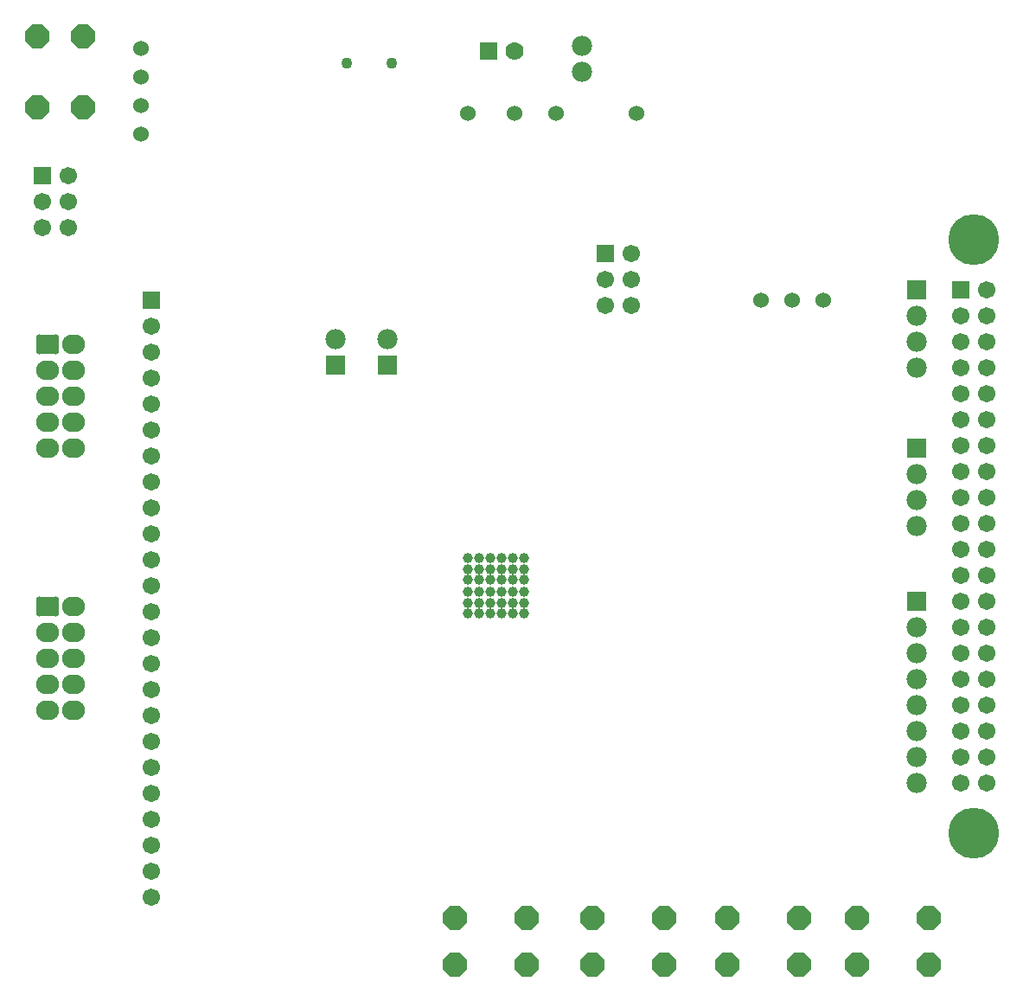
<source format=gbs>
G04 Layer_Color=16711935*
%FSLAX23Y23*%
%MOIN*%
G70*
G01*
G75*
%ADD48C,0.060*%
%ADD49C,0.070*%
%ADD50R,0.070X0.070*%
%ADD104C,0.078*%
%ADD105R,0.078X0.078*%
%ADD106C,0.067*%
%ADD107R,0.067X0.067*%
%ADD108O,0.088X0.076*%
G04:AMPARAMS|DCode=109|XSize=88mil|YSize=76mil|CornerRadius=13mil|HoleSize=0mil|Usage=FLASHONLY|Rotation=0.000|XOffset=0mil|YOffset=0mil|HoleType=Round|Shape=RoundedRectangle|*
%AMROUNDEDRECTD109*
21,1,0.088,0.051,0,0,0.0*
21,1,0.063,0.076,0,0,0.0*
1,1,0.025,0.032,-0.026*
1,1,0.025,-0.032,-0.026*
1,1,0.025,-0.032,0.026*
1,1,0.025,0.032,0.026*
%
%ADD109ROUNDEDRECTD109*%
%ADD110P,0.098X8X22.5*%
%ADD111C,0.043*%
%ADD112P,0.098X8X292.5*%
%ADD113C,0.067*%
%ADD114C,0.196*%
%ADD115C,0.196*%
%ADD116C,0.039*%
D48*
X2440Y3490D02*
D03*
X530Y3410D02*
D03*
Y3740D02*
D03*
Y3520D02*
D03*
Y3630D02*
D03*
X2130Y3490D02*
D03*
X1790D02*
D03*
X1970D02*
D03*
X3040Y2770D02*
D03*
X2920D02*
D03*
X3160D02*
D03*
D49*
X1970Y3730D02*
D03*
D50*
X1870D02*
D03*
D104*
X1480Y2620D02*
D03*
X2230Y3650D02*
D03*
Y3750D02*
D03*
X3520Y1900D02*
D03*
X3520Y2100D02*
D03*
Y2000D02*
D03*
Y910D02*
D03*
Y1010D02*
D03*
Y1110D02*
D03*
Y1210D02*
D03*
Y1310D02*
D03*
X3520Y1510D02*
D03*
Y1410D02*
D03*
X1280Y2620D02*
D03*
X3520Y2510D02*
D03*
X3520Y2710D02*
D03*
Y2610D02*
D03*
D105*
X1480Y2520D02*
D03*
X3520Y2200D02*
D03*
X3520Y1610D02*
D03*
X1280Y2520D02*
D03*
X3520Y2810D02*
D03*
D106*
X2420Y2750D02*
D03*
X2320D02*
D03*
X2420Y2850D02*
D03*
X2320D02*
D03*
X2420Y2950D02*
D03*
X570Y2670D02*
D03*
Y2570D02*
D03*
Y2470D02*
D03*
Y2370D02*
D03*
Y2270D02*
D03*
Y2170D02*
D03*
Y2070D02*
D03*
Y1970D02*
D03*
Y1870D02*
D03*
Y1770D02*
D03*
Y1670D02*
D03*
Y1570D02*
D03*
Y1470D02*
D03*
Y1370D02*
D03*
Y1270D02*
D03*
Y1170D02*
D03*
Y1070D02*
D03*
Y970D02*
D03*
Y870D02*
D03*
Y770D02*
D03*
Y670D02*
D03*
Y570D02*
D03*
Y470D02*
D03*
X250Y3050D02*
D03*
Y3150D02*
D03*
X150D02*
D03*
X250Y3250D02*
D03*
X3790Y910D02*
D03*
X3690D02*
D03*
X3790Y1010D02*
D03*
X3690D02*
D03*
X3790Y1110D02*
D03*
X3690D02*
D03*
X3790Y1210D02*
D03*
X3690D02*
D03*
X3790Y1310D02*
D03*
X3690D02*
D03*
X3790Y1410D02*
D03*
X3690D02*
D03*
X3790Y1510D02*
D03*
X3690D02*
D03*
X3790Y1610D02*
D03*
X3690D02*
D03*
X3790Y1710D02*
D03*
X3690D02*
D03*
X3790Y1810D02*
D03*
X3690D02*
D03*
X3790Y1910D02*
D03*
X3690D02*
D03*
X3790Y2010D02*
D03*
X3690D02*
D03*
X3790Y2110D02*
D03*
X3690D02*
D03*
X3790Y2210D02*
D03*
X3690D02*
D03*
X3790Y2310D02*
D03*
X3690D02*
D03*
X3790Y2410D02*
D03*
X3690D02*
D03*
X3790Y2510D02*
D03*
X3690D02*
D03*
X3790Y2610D02*
D03*
X3690D02*
D03*
X3790Y2710D02*
D03*
X3690D02*
D03*
X3790Y2810D02*
D03*
D107*
X2320Y2950D02*
D03*
X570Y2770D02*
D03*
X150Y3250D02*
D03*
X3690Y2810D02*
D03*
D108*
X270Y1190D02*
D03*
Y1290D02*
D03*
Y1390D02*
D03*
Y1490D02*
D03*
Y1590D02*
D03*
X170Y1190D02*
D03*
Y1290D02*
D03*
Y1390D02*
D03*
Y1490D02*
D03*
X270Y2200D02*
D03*
Y2300D02*
D03*
Y2400D02*
D03*
Y2500D02*
D03*
Y2600D02*
D03*
X170Y2200D02*
D03*
Y2300D02*
D03*
Y2400D02*
D03*
Y2500D02*
D03*
D109*
Y1590D02*
D03*
Y2600D02*
D03*
D110*
X1742Y211D02*
D03*
Y389D02*
D03*
X2018Y211D02*
D03*
Y389D02*
D03*
X2272Y211D02*
D03*
Y389D02*
D03*
X2548Y211D02*
D03*
Y389D02*
D03*
X2792Y211D02*
D03*
Y389D02*
D03*
X3068Y211D02*
D03*
Y389D02*
D03*
X3292Y211D02*
D03*
Y389D02*
D03*
X3568Y211D02*
D03*
Y389D02*
D03*
D111*
X1326Y3683D02*
D03*
X1499D02*
D03*
D112*
X131Y3788D02*
D03*
X309D02*
D03*
X131Y3512D02*
D03*
X309D02*
D03*
D113*
X150Y3050D02*
D03*
D114*
X3740Y716D02*
D03*
D115*
Y3003D02*
D03*
D116*
X2008Y1778D02*
D03*
Y1735D02*
D03*
Y1692D02*
D03*
Y1648D02*
D03*
Y1605D02*
D03*
Y1562D02*
D03*
X1965Y1778D02*
D03*
Y1735D02*
D03*
Y1692D02*
D03*
Y1648D02*
D03*
Y1605D02*
D03*
Y1562D02*
D03*
X1922Y1778D02*
D03*
Y1735D02*
D03*
Y1692D02*
D03*
Y1648D02*
D03*
Y1605D02*
D03*
Y1562D02*
D03*
X1878Y1778D02*
D03*
Y1735D02*
D03*
Y1692D02*
D03*
Y1648D02*
D03*
Y1605D02*
D03*
Y1562D02*
D03*
X1835Y1778D02*
D03*
Y1735D02*
D03*
Y1692D02*
D03*
Y1648D02*
D03*
Y1605D02*
D03*
Y1562D02*
D03*
X1792Y1778D02*
D03*
Y1735D02*
D03*
Y1692D02*
D03*
Y1648D02*
D03*
Y1605D02*
D03*
Y1562D02*
D03*
M02*

</source>
